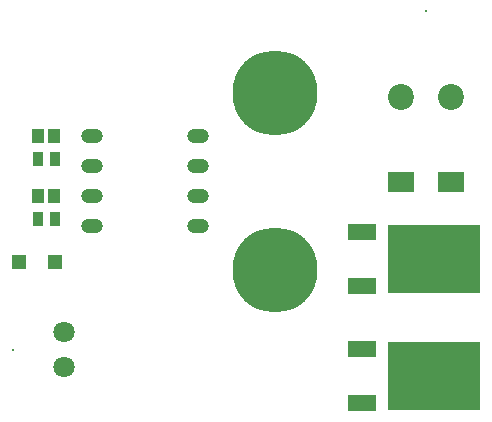
<source format=gts>
G04 Layer_Color=8388736*
%FSLAX44Y44*%
%MOMM*%
G71*
G01*
G75*
%ADD28R,7.9000X5.8000*%
%ADD29R,2.4000X1.4500*%
%ADD30R,2.3000X1.7500*%
%ADD31R,0.9500X1.1500*%
%ADD32R,1.0000X1.1500*%
%ADD33O,1.8500X1.2500*%
%ADD34R,1.2000X1.3000*%
%ADD35C,1.8000*%
%ADD36C,0.2000*%
%ADD37C,2.2000*%
%ADD38C,7.2000*%
D28*
X405000Y149000D02*
D03*
Y50000D02*
D03*
D29*
X343500Y126000D02*
D03*
Y172000D02*
D03*
Y27000D02*
D03*
Y73000D02*
D03*
D30*
X419000Y214500D02*
D03*
X377000D02*
D03*
D31*
X84250Y234250D02*
D03*
X69750D02*
D03*
X84250Y183250D02*
D03*
X69750D02*
D03*
D32*
X69750Y202250D02*
D03*
X83250D02*
D03*
X69750Y253250D02*
D03*
X83250D02*
D03*
D33*
X115000Y253100D02*
D03*
Y227700D02*
D03*
Y202300D02*
D03*
Y176900D02*
D03*
X205000Y253100D02*
D03*
Y227700D02*
D03*
Y202300D02*
D03*
Y176900D02*
D03*
D34*
X84250Y147000D02*
D03*
X53250D02*
D03*
D35*
X91500Y87500D02*
D03*
Y57500D02*
D03*
D36*
X48500Y72500D02*
D03*
X398000Y359500D02*
D03*
D37*
X419000Y286000D02*
D03*
X377000D02*
D03*
D38*
X270000Y140000D02*
D03*
Y290000D02*
D03*
M02*

</source>
